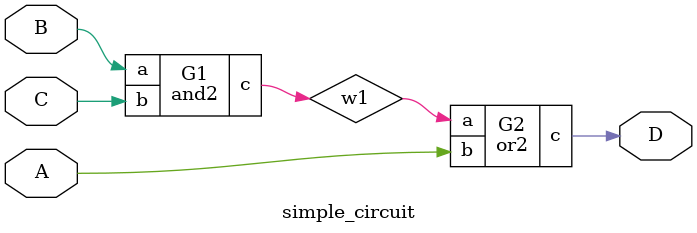
<source format=v>
module and2(a,b,c);
input a,b;
output c;
assign c= a&b;
endmodule

module or2(a,b,c);
input a,b;
output c;
assign c= a|b;
endmodule


module simple_circuit(A,B,C,D);
output D;
input A,B,C;
wire w1;
and2 G1(B,C,w1);
or2 G2(w1,A,D);
endmodule
</source>
